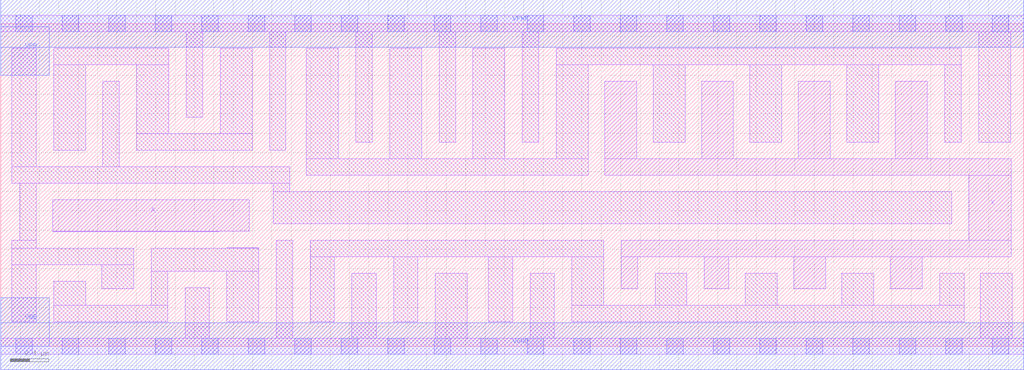
<source format=lef>
# Copyright 2020 The SkyWater PDK Authors
#
# Licensed under the Apache License, Version 2.0 (the "License");
# you may not use this file except in compliance with the License.
# You may obtain a copy of the License at
#
#     https://www.apache.org/licenses/LICENSE-2.0
#
# Unless required by applicable law or agreed to in writing, software
# distributed under the License is distributed on an "AS IS" BASIS,
# WITHOUT WARRANTIES OR CONDITIONS OF ANY KIND, either express or implied.
# See the License for the specific language governing permissions and
# limitations under the License.
#
# SPDX-License-Identifier: Apache-2.0

VERSION 5.5 ;
NAMESCASESENSITIVE ON ;
BUSBITCHARS "[]" ;
DIVIDERCHAR "/" ;
MACRO sky130_fd_sc_lp__buflp_8
  CLASS CORE ;
  SOURCE USER ;
  ORIGIN  0.000000  0.000000 ;
  SIZE  10.56000 BY  3.330000 ;
  SYMMETRY X Y R90 ;
  SITE unit ;
  PIN A
    ANTENNAGATEAREA  1.890000 ;
    DIRECTION INPUT ;
    USE SIGNAL ;
    PORT
      LAYER li1 ;
        RECT 0.535000 1.180000 2.255000 1.185000 ;
        RECT 0.535000 1.185000 2.565000 1.515000 ;
    END
  END A
  PIN X
    ANTENNADIFFAREA  2.822400 ;
    DIRECTION OUTPUT ;
    USE SIGNAL ;
    PORT
      LAYER li1 ;
        RECT 6.235000 1.765000 10.435000 1.935000 ;
        RECT 6.235000 1.935000  6.565000 2.735000 ;
        RECT 6.405000 0.595000  6.575000 0.925000 ;
        RECT 6.405000 0.925000 10.435000 1.095000 ;
        RECT 7.235000 1.935000  7.565000 2.735000 ;
        RECT 7.265000 0.595000  7.515000 0.925000 ;
        RECT 8.185000 0.595000  8.515000 0.925000 ;
        RECT 8.235000 1.935000  8.565000 2.735000 ;
        RECT 9.185000 0.595000  9.515000 0.925000 ;
        RECT 9.235000 1.935000  9.565000 2.735000 ;
        RECT 9.995000 1.095000 10.435000 1.765000 ;
    END
  END X
  PIN VGND
    DIRECTION INOUT ;
    USE GROUND ;
    PORT
      LAYER met1 ;
        RECT 0.000000 -0.245000 10.560000 0.245000 ;
    END
  END VGND
  PIN VNB
    DIRECTION INOUT ;
    USE GROUND ;
    PORT
      LAYER met1 ;
        RECT 0.000000 0.000000 0.500000 0.500000 ;
    END
  END VNB
  PIN VPB
    DIRECTION INOUT ;
    USE POWER ;
    PORT
      LAYER met1 ;
        RECT 0.000000 2.800000 0.500000 3.300000 ;
    END
  END VPB
  PIN VPWR
    DIRECTION INOUT ;
    USE POWER ;
    PORT
      LAYER met1 ;
        RECT 0.000000 3.085000 10.560000 3.575000 ;
    END
  END VPWR
  OBS
    LAYER li1 ;
      RECT  0.000000 -0.085000 10.560000 0.085000 ;
      RECT  0.000000  3.245000 10.560000 3.415000 ;
      RECT  0.115000  0.255000  0.365000 0.840000 ;
      RECT  0.115000  0.840000  1.375000 1.010000 ;
      RECT  0.115000  1.010000  0.365000 1.095000 ;
      RECT  0.115000  1.685000  2.985000 1.855000 ;
      RECT  0.115000  1.855000  0.365000 3.075000 ;
      RECT  0.195000  1.095000  0.365000 1.685000 ;
      RECT  0.545000  0.255000  1.725000 0.425000 ;
      RECT  0.545000  0.425000  0.875000 0.670000 ;
      RECT  0.545000  2.025000  0.875000 2.905000 ;
      RECT  0.545000  2.905000  1.735000 3.075000 ;
      RECT  1.045000  0.595000  1.375000 0.840000 ;
      RECT  1.055000  1.855000  1.225000 2.735000 ;
      RECT  1.405000  2.025000  2.595000 2.195000 ;
      RECT  1.405000  2.195000  1.735000 2.905000 ;
      RECT  1.555000  0.425000  1.725000 0.775000 ;
      RECT  1.555000  0.775000  2.665000 1.010000 ;
      RECT  1.905000  0.085000  2.155000 0.605000 ;
      RECT  1.915000  2.365000  2.085000 3.245000 ;
      RECT  2.265000  2.195000  2.595000 3.075000 ;
      RECT  2.335000  0.255000  2.665000 0.775000 ;
      RECT  2.335000  1.010000  2.665000 1.015000 ;
      RECT  2.775000  2.025000  2.945000 3.245000 ;
      RECT  2.815000  1.265000  9.820000 1.595000 ;
      RECT  2.815000  1.595000  2.985000 1.685000 ;
      RECT  2.845000  0.085000  3.015000 1.095000 ;
      RECT  3.155000  1.765000  6.065000 1.935000 ;
      RECT  3.155000  1.935000  3.485000 3.075000 ;
      RECT  3.195000  0.255000  3.445000 0.925000 ;
      RECT  3.195000  0.925000  6.225000 1.095000 ;
      RECT  3.625000  0.085000  3.875000 0.755000 ;
      RECT  3.665000  2.105000  3.835000 3.245000 ;
      RECT  4.015000  1.935000  4.345000 3.075000 ;
      RECT  4.055000  0.255000  4.305000 0.925000 ;
      RECT  4.485000  0.085000  4.815000 0.755000 ;
      RECT  4.525000  2.105000  4.695000 3.245000 ;
      RECT  4.875000  1.935000  5.205000 3.075000 ;
      RECT  5.035000  0.255000  5.285000 0.925000 ;
      RECT  5.385000  2.105000  5.555000 3.245000 ;
      RECT  5.465000  0.085000  5.715000 0.755000 ;
      RECT  5.735000  1.935000  6.065000 2.905000 ;
      RECT  5.735000  2.905000  9.915000 3.075000 ;
      RECT  5.895000  0.255000  9.945000 0.425000 ;
      RECT  5.895000  0.425000  6.225000 0.925000 ;
      RECT  6.735000  2.105000  7.065000 2.905000 ;
      RECT  6.755000  0.425000  7.085000 0.755000 ;
      RECT  7.685000  0.425000  8.015000 0.755000 ;
      RECT  7.735000  2.105000  8.065000 2.905000 ;
      RECT  8.685000  0.425000  9.015000 0.755000 ;
      RECT  8.735000  2.105000  9.065000 2.905000 ;
      RECT  9.695000  0.425000  9.945000 0.755000 ;
      RECT  9.745000  2.105000  9.915000 2.905000 ;
      RECT 10.095000  2.105000 10.425000 3.245000 ;
      RECT 10.115000  0.085000 10.445000 0.755000 ;
    LAYER mcon ;
      RECT  0.155000 -0.085000  0.325000 0.085000 ;
      RECT  0.155000  3.245000  0.325000 3.415000 ;
      RECT  0.635000 -0.085000  0.805000 0.085000 ;
      RECT  0.635000  3.245000  0.805000 3.415000 ;
      RECT  1.115000 -0.085000  1.285000 0.085000 ;
      RECT  1.115000  3.245000  1.285000 3.415000 ;
      RECT  1.595000 -0.085000  1.765000 0.085000 ;
      RECT  1.595000  3.245000  1.765000 3.415000 ;
      RECT  2.075000 -0.085000  2.245000 0.085000 ;
      RECT  2.075000  3.245000  2.245000 3.415000 ;
      RECT  2.555000 -0.085000  2.725000 0.085000 ;
      RECT  2.555000  3.245000  2.725000 3.415000 ;
      RECT  3.035000 -0.085000  3.205000 0.085000 ;
      RECT  3.035000  3.245000  3.205000 3.415000 ;
      RECT  3.515000 -0.085000  3.685000 0.085000 ;
      RECT  3.515000  3.245000  3.685000 3.415000 ;
      RECT  3.995000 -0.085000  4.165000 0.085000 ;
      RECT  3.995000  3.245000  4.165000 3.415000 ;
      RECT  4.475000 -0.085000  4.645000 0.085000 ;
      RECT  4.475000  3.245000  4.645000 3.415000 ;
      RECT  4.955000 -0.085000  5.125000 0.085000 ;
      RECT  4.955000  3.245000  5.125000 3.415000 ;
      RECT  5.435000 -0.085000  5.605000 0.085000 ;
      RECT  5.435000  3.245000  5.605000 3.415000 ;
      RECT  5.915000 -0.085000  6.085000 0.085000 ;
      RECT  5.915000  3.245000  6.085000 3.415000 ;
      RECT  6.395000 -0.085000  6.565000 0.085000 ;
      RECT  6.395000  3.245000  6.565000 3.415000 ;
      RECT  6.875000 -0.085000  7.045000 0.085000 ;
      RECT  6.875000  3.245000  7.045000 3.415000 ;
      RECT  7.355000 -0.085000  7.525000 0.085000 ;
      RECT  7.355000  3.245000  7.525000 3.415000 ;
      RECT  7.835000 -0.085000  8.005000 0.085000 ;
      RECT  7.835000  3.245000  8.005000 3.415000 ;
      RECT  8.315000 -0.085000  8.485000 0.085000 ;
      RECT  8.315000  3.245000  8.485000 3.415000 ;
      RECT  8.795000 -0.085000  8.965000 0.085000 ;
      RECT  8.795000  3.245000  8.965000 3.415000 ;
      RECT  9.275000 -0.085000  9.445000 0.085000 ;
      RECT  9.275000  3.245000  9.445000 3.415000 ;
      RECT  9.755000 -0.085000  9.925000 0.085000 ;
      RECT  9.755000  3.245000  9.925000 3.415000 ;
      RECT 10.235000 -0.085000 10.405000 0.085000 ;
      RECT 10.235000  3.245000 10.405000 3.415000 ;
  END
END sky130_fd_sc_lp__buflp_8

</source>
